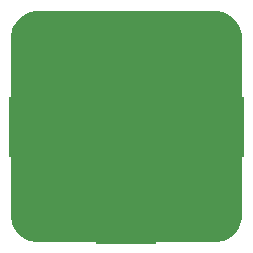
<source format=gbr>
%TF.GenerationSoftware,KiCad,Pcbnew,6.0.9+dfsg-1~bpo11+1*%
%TF.CreationDate,2022-11-11T16:08:21+01:00*%
%TF.ProjectId,015-3-port-resistive-splitter,3031352d-332d-4706-9f72-742d72657369,1*%
%TF.SameCoordinates,Original*%
%TF.FileFunction,Copper,L2,Bot*%
%TF.FilePolarity,Positive*%
%FSLAX46Y46*%
G04 Gerber Fmt 4.6, Leading zero omitted, Abs format (unit mm)*
G04 Created by KiCad (PCBNEW 6.0.9+dfsg-1~bpo11+1) date 2022-11-11 16:08:21*
%MOMM*%
%LPD*%
G01*
G04 APERTURE LIST*
%TA.AperFunction,ComponentPad*%
%ADD10C,0.800000*%
%TD*%
%TA.AperFunction,SMDPad,CuDef*%
%ADD11R,5.200000X3.000000*%
%TD*%
%TA.AperFunction,ComponentPad*%
%ADD12C,3.400000*%
%TD*%
%TA.AperFunction,SMDPad,CuDef*%
%ADD13R,3.000000X5.200000*%
%TD*%
%TA.AperFunction,ViaPad*%
%ADD14C,0.800000*%
%TD*%
G04 APERTURE END LIST*
D10*
%TO.P,J2,2,Pin_2*%
%TO.N,GND*%
X149000000Y-86500000D03*
D11*
X147500000Y-86000000D03*
D10*
X146500000Y-86000000D03*
X148500000Y-85000000D03*
X148500000Y-86000000D03*
X146500000Y-85000000D03*
X146000000Y-86500000D03*
X149000000Y-85500000D03*
X146000000Y-85500000D03*
X148500000Y-87000000D03*
X146500000Y-87000000D03*
%TD*%
D12*
%TO.P,H3,1,1*%
%TO.N,GND*%
X140000000Y-70000000D03*
%TD*%
D10*
%TO.P,J3,2,Pin_2*%
%TO.N,GND*%
X157000000Y-76500000D03*
X155500000Y-76000000D03*
X157000000Y-78500000D03*
X155000000Y-78500000D03*
X156500000Y-79000000D03*
X156000000Y-76500000D03*
X155000000Y-76500000D03*
X156000000Y-78500000D03*
X156500000Y-76000000D03*
X155500000Y-79000000D03*
D13*
X156000000Y-77500000D03*
%TD*%
D12*
%TO.P,H1,1,1*%
%TO.N,GND*%
X155000000Y-85000000D03*
%TD*%
%TO.P,H2,1,1*%
%TO.N,GND*%
X155000000Y-70000000D03*
%TD*%
D10*
%TO.P,J1,2,Pin_2*%
%TO.N,GND*%
X139000000Y-76500000D03*
D13*
X139000000Y-77500000D03*
D10*
X139000000Y-78500000D03*
X138000000Y-76500000D03*
X139500000Y-76000000D03*
X139500000Y-79000000D03*
X140000000Y-76500000D03*
X138000000Y-78500000D03*
X140000000Y-78500000D03*
X138500000Y-79000000D03*
X138500000Y-76000000D03*
%TD*%
D12*
%TO.P,H4,1,1*%
%TO.N,GND*%
X140000000Y-85000000D03*
%TD*%
D14*
%TO.N,GND*%
X150000000Y-85000000D03*
X145000000Y-85000000D03*
X140000000Y-75000000D03*
X150000000Y-82500000D03*
X145000000Y-82500000D03*
X142500000Y-70000000D03*
X147500000Y-70000000D03*
X150000000Y-70000000D03*
X152500000Y-70000000D03*
X147500000Y-72500000D03*
X145000000Y-72500000D03*
X142500000Y-72500000D03*
X142500000Y-75000000D03*
X145000000Y-75000000D03*
X147500000Y-75000000D03*
X150000000Y-75000000D03*
X152500000Y-72500000D03*
X152500000Y-75000000D03*
X142500000Y-80000000D03*
X142500000Y-82500000D03*
X152500000Y-80000000D03*
X152500000Y-82500000D03*
X149500000Y-81000000D03*
X145500000Y-81000000D03*
X150000000Y-79500000D03*
X145000000Y-79500000D03*
X145500000Y-80000000D03*
X149500000Y-80000000D03*
X149000000Y-79500000D03*
X146000000Y-79500000D03*
X149000000Y-78500000D03*
X149500000Y-79000000D03*
X150000000Y-78500000D03*
X146000000Y-78500000D03*
X145500000Y-79000000D03*
X145000000Y-78500000D03*
X144500000Y-79000000D03*
X144000000Y-78500000D03*
X143500000Y-79000000D03*
X143000000Y-78500000D03*
X142500000Y-79000000D03*
X142000000Y-78500000D03*
X141500000Y-79000000D03*
X141000000Y-78500000D03*
X147000000Y-76500000D03*
X146500000Y-76000000D03*
X146000000Y-76500000D03*
X145500000Y-76000000D03*
X145000000Y-76500000D03*
X144500000Y-76000000D03*
X144000000Y-76500000D03*
X143500000Y-76000000D03*
X143000000Y-76500000D03*
X142500000Y-76000000D03*
X142000000Y-76500000D03*
X141500000Y-76000000D03*
X141000000Y-76500000D03*
X147500000Y-76000000D03*
X148000000Y-76500000D03*
X148500000Y-76000000D03*
X149000000Y-76500000D03*
X149500000Y-76000000D03*
X150000000Y-76500000D03*
X150500000Y-76000000D03*
X151000000Y-76500000D03*
X151500000Y-76000000D03*
X152000000Y-76500000D03*
X152500000Y-76000000D03*
X153000000Y-76500000D03*
X153500000Y-76000000D03*
X154500000Y-76000000D03*
X154000000Y-76500000D03*
X150500000Y-79000000D03*
X151000000Y-78500000D03*
X151500000Y-79000000D03*
X152000000Y-78500000D03*
X152500000Y-79000000D03*
X153000000Y-78500000D03*
X153500000Y-79000000D03*
X154000000Y-78500000D03*
X149000000Y-80500000D03*
X148500000Y-81000000D03*
X149000000Y-81500000D03*
X148500000Y-82000000D03*
X149000000Y-82500000D03*
X148500000Y-83000000D03*
X149000000Y-83500000D03*
X148500000Y-84000000D03*
X146000000Y-80500000D03*
X146500000Y-81000000D03*
X146000000Y-81500000D03*
X146500000Y-82000000D03*
X146000000Y-82500000D03*
X146500000Y-83000000D03*
X146000000Y-83500000D03*
X146500000Y-84000000D03*
X140000000Y-82500000D03*
X154500000Y-79000000D03*
X146000000Y-84500000D03*
X155000000Y-72500000D03*
X152500000Y-85000000D03*
X142500000Y-85000000D03*
X140000000Y-80000000D03*
X149000000Y-84500000D03*
X155000000Y-82500000D03*
X140500000Y-79000000D03*
X155000000Y-80000000D03*
X155000000Y-75000000D03*
X140000000Y-72500000D03*
X140500000Y-76000000D03*
%TD*%
%TA.AperFunction,Conductor*%
%TO.N,GND*%
G36*
X154988169Y-67703018D02*
G01*
X154999641Y-67705656D01*
X155010517Y-67703195D01*
X155021664Y-67703214D01*
X155021664Y-67703243D01*
X155031772Y-67702422D01*
X155161986Y-67710298D01*
X155271204Y-67716905D01*
X155283056Y-67718344D01*
X155544422Y-67766241D01*
X155556015Y-67769098D01*
X155762244Y-67833361D01*
X155809695Y-67848148D01*
X155820873Y-67852387D01*
X156063170Y-67961436D01*
X156073756Y-67966992D01*
X156301142Y-68104452D01*
X156310980Y-68111243D01*
X156520132Y-68275103D01*
X156529081Y-68283030D01*
X156716970Y-68470919D01*
X156724897Y-68479868D01*
X156888757Y-68689020D01*
X156895548Y-68698858D01*
X157033008Y-68926244D01*
X157038564Y-68936830D01*
X157147613Y-69179127D01*
X157151852Y-69190305D01*
X157230900Y-69443977D01*
X157233759Y-69455578D01*
X157281655Y-69716936D01*
X157283096Y-69728803D01*
X157297547Y-69967712D01*
X157296724Y-69977628D01*
X157296862Y-69977628D01*
X157296842Y-69988776D01*
X157294344Y-69999641D01*
X157296804Y-70010513D01*
X157297059Y-70011638D01*
X157299500Y-70033488D01*
X157299500Y-84965983D01*
X157296982Y-84988169D01*
X157294344Y-84999641D01*
X157296805Y-85010517D01*
X157296786Y-85021664D01*
X157296757Y-85021664D01*
X157297578Y-85031772D01*
X157283096Y-85271197D01*
X157281656Y-85283056D01*
X157233761Y-85544415D01*
X157230900Y-85556023D01*
X157151852Y-85809695D01*
X157147613Y-85820873D01*
X157038564Y-86063170D01*
X157033008Y-86073756D01*
X156895548Y-86301142D01*
X156888757Y-86310980D01*
X156724897Y-86520132D01*
X156716970Y-86529081D01*
X156529081Y-86716970D01*
X156520132Y-86724897D01*
X156310980Y-86888757D01*
X156301142Y-86895548D01*
X156073756Y-87033008D01*
X156063170Y-87038564D01*
X155820873Y-87147613D01*
X155809695Y-87151852D01*
X155556015Y-87230902D01*
X155544422Y-87233759D01*
X155283056Y-87281656D01*
X155271204Y-87283095D01*
X155032288Y-87297547D01*
X155022372Y-87296724D01*
X155022372Y-87296862D01*
X155011224Y-87296842D01*
X155000359Y-87294344D01*
X154988359Y-87297059D01*
X154966512Y-87299500D01*
X140034017Y-87299500D01*
X140011831Y-87296982D01*
X140011801Y-87296975D01*
X140000359Y-87294344D01*
X139989483Y-87296805D01*
X139978336Y-87296786D01*
X139978336Y-87296757D01*
X139968228Y-87297578D01*
X139838014Y-87289702D01*
X139728796Y-87283095D01*
X139716944Y-87281656D01*
X139455578Y-87233759D01*
X139443985Y-87230902D01*
X139190305Y-87151852D01*
X139179127Y-87147613D01*
X138936830Y-87038564D01*
X138926244Y-87033008D01*
X138698858Y-86895548D01*
X138689020Y-86888757D01*
X138479868Y-86724897D01*
X138470919Y-86716970D01*
X138283030Y-86529081D01*
X138275103Y-86520132D01*
X138111243Y-86310980D01*
X138104452Y-86301142D01*
X137966992Y-86073756D01*
X137961436Y-86063170D01*
X137852387Y-85820873D01*
X137848148Y-85809695D01*
X137769100Y-85556023D01*
X137766239Y-85544415D01*
X137718344Y-85283056D01*
X137716904Y-85271197D01*
X137702469Y-85032548D01*
X137704207Y-85011810D01*
X137703747Y-85011757D01*
X137704389Y-85006179D01*
X137705655Y-85000718D01*
X137705656Y-85000000D01*
X137704412Y-84994545D01*
X137702980Y-84988266D01*
X137700500Y-84966248D01*
X137700500Y-70034281D01*
X137703057Y-70011926D01*
X137703141Y-70011565D01*
X137705655Y-70000718D01*
X137705656Y-70000000D01*
X137704413Y-69994549D01*
X137703791Y-69988995D01*
X137704159Y-69988954D01*
X137702438Y-69967973D01*
X137716904Y-69728804D01*
X137718345Y-69716936D01*
X137766241Y-69455578D01*
X137769100Y-69443977D01*
X137848148Y-69190305D01*
X137852387Y-69179127D01*
X137961436Y-68936830D01*
X137966992Y-68926244D01*
X138104452Y-68698858D01*
X138111243Y-68689020D01*
X138275103Y-68479868D01*
X138283030Y-68470919D01*
X138470919Y-68283030D01*
X138479868Y-68275103D01*
X138689020Y-68111243D01*
X138698858Y-68104452D01*
X138926244Y-67966992D01*
X138936830Y-67961436D01*
X139179127Y-67852387D01*
X139190305Y-67848148D01*
X139237756Y-67833361D01*
X139443985Y-67769098D01*
X139455578Y-67766241D01*
X139716944Y-67718344D01*
X139728796Y-67716905D01*
X139967712Y-67702453D01*
X139977628Y-67703276D01*
X139977628Y-67703138D01*
X139988776Y-67703158D01*
X139999641Y-67705656D01*
X140011641Y-67702941D01*
X140033488Y-67700500D01*
X154965983Y-67700500D01*
X154988169Y-67703018D01*
G37*
%TD.AperFunction*%
%TD*%
M02*

</source>
